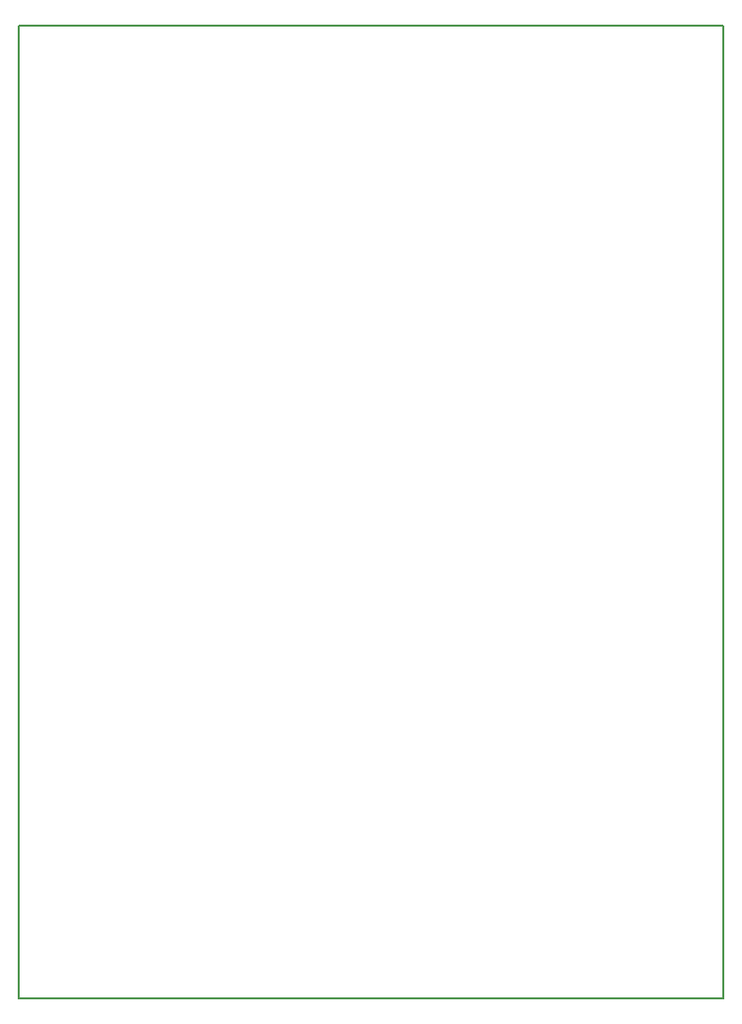
<source format=gbr>
%TF.GenerationSoftware,KiCad,Pcbnew,8.0.4*%
%TF.CreationDate,2024-12-05T15:49:58-05:00*%
%TF.ProjectId,CVTPCB,43565450-4342-42e6-9b69-6361645f7063,rev?*%
%TF.SameCoordinates,Original*%
%TF.FileFunction,Profile,NP*%
%FSLAX46Y46*%
G04 Gerber Fmt 4.6, Leading zero omitted, Abs format (unit mm)*
G04 Created by KiCad (PCBNEW 8.0.4) date 2024-12-05 15:49:58*
%MOMM*%
%LPD*%
G01*
G04 APERTURE LIST*
%TA.AperFunction,Profile*%
%ADD10C,0.200000*%
%TD*%
G04 APERTURE END LIST*
D10*
X109500000Y-52500000D02*
X170000000Y-52500000D01*
X170000000Y-136000000D01*
X109500000Y-136000000D01*
X109500000Y-52500000D01*
M02*

</source>
